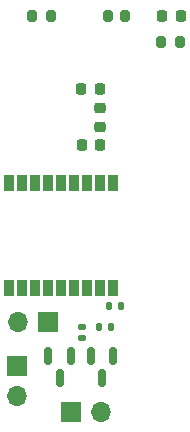
<source format=gbr>
%TF.GenerationSoftware,KiCad,Pcbnew,8.0.4*%
%TF.CreationDate,2024-09-13T17:58:40-07:00*%
%TF.ProjectId,gnss-test,676e7373-2d74-4657-9374-2e6b69636164,rev?*%
%TF.SameCoordinates,Original*%
%TF.FileFunction,Soldermask,Top*%
%TF.FilePolarity,Negative*%
%FSLAX46Y46*%
G04 Gerber Fmt 4.6, Leading zero omitted, Abs format (unit mm)*
G04 Created by KiCad (PCBNEW 8.0.4) date 2024-09-13 17:58:40*
%MOMM*%
%LPD*%
G01*
G04 APERTURE LIST*
G04 Aperture macros list*
%AMRoundRect*
0 Rectangle with rounded corners*
0 $1 Rounding radius*
0 $2 $3 $4 $5 $6 $7 $8 $9 X,Y pos of 4 corners*
0 Add a 4 corners polygon primitive as box body*
4,1,4,$2,$3,$4,$5,$6,$7,$8,$9,$2,$3,0*
0 Add four circle primitives for the rounded corners*
1,1,$1+$1,$2,$3*
1,1,$1+$1,$4,$5*
1,1,$1+$1,$6,$7*
1,1,$1+$1,$8,$9*
0 Add four rect primitives between the rounded corners*
20,1,$1+$1,$2,$3,$4,$5,0*
20,1,$1+$1,$4,$5,$6,$7,0*
20,1,$1+$1,$6,$7,$8,$9,0*
20,1,$1+$1,$8,$9,$2,$3,0*%
G04 Aperture macros list end*
%ADD10RoundRect,0.225000X-0.225000X-0.250000X0.225000X-0.250000X0.225000X0.250000X-0.225000X0.250000X0*%
%ADD11R,1.700000X1.700000*%
%ADD12O,1.700000X1.700000*%
%ADD13RoundRect,0.200000X-0.200000X-0.275000X0.200000X-0.275000X0.200000X0.275000X-0.200000X0.275000X0*%
%ADD14RoundRect,0.140000X-0.140000X-0.170000X0.140000X-0.170000X0.140000X0.170000X-0.140000X0.170000X0*%
%ADD15RoundRect,0.140000X-0.170000X0.140000X-0.170000X-0.140000X0.170000X-0.140000X0.170000X0.140000X0*%
%ADD16RoundRect,0.200000X0.200000X0.300000X-0.200000X0.300000X-0.200000X-0.300000X0.200000X-0.300000X0*%
%ADD17RoundRect,0.218750X-0.256250X0.218750X-0.256250X-0.218750X0.256250X-0.218750X0.256250X0.218750X0*%
%ADD18RoundRect,0.150000X-0.150000X0.587500X-0.150000X-0.587500X0.150000X-0.587500X0.150000X0.587500X0*%
%ADD19R,0.838200X1.397000*%
G04 APERTURE END LIST*
D10*
%TO.C,C4*%
X163155000Y-63240000D03*
X164705000Y-63240000D03*
%TD*%
D11*
%TO.C,J2*%
X162175000Y-85825000D03*
D12*
X164715000Y-85825000D03*
%TD*%
D13*
%TO.C,R1*%
X169795000Y-54530000D03*
X171445000Y-54530000D03*
%TD*%
%TO.C,R2*%
X158895000Y-52330000D03*
X160545000Y-52330000D03*
%TD*%
D10*
%TO.C,C6*%
X169945000Y-52330000D03*
X171495000Y-52330000D03*
%TD*%
%TO.C,C5*%
X163095000Y-58530000D03*
X164645000Y-58530000D03*
%TD*%
D14*
%TO.C,C1*%
X165440000Y-76880000D03*
X166400000Y-76880000D03*
%TD*%
D15*
%TO.C,C2*%
X163170000Y-78670000D03*
X163170000Y-79630000D03*
%TD*%
D11*
%TO.C,J1*%
X157650000Y-81925000D03*
D12*
X157650000Y-84465000D03*
%TD*%
D11*
%TO.C,J3*%
X160275000Y-78200000D03*
D12*
X157735000Y-78200000D03*
%TD*%
D16*
%TO.C,AE1*%
X166780000Y-52340000D03*
X165380000Y-52340000D03*
%TD*%
D17*
%TO.C,L1*%
X164670000Y-60142500D03*
X164670000Y-61717500D03*
%TD*%
D18*
%TO.C,Q2*%
X162200000Y-81087500D03*
X160300000Y-81087500D03*
X161250000Y-82962500D03*
%TD*%
D19*
%TO.C,U1*%
X157000001Y-75358500D03*
X158099999Y-75358500D03*
X159199999Y-75358500D03*
X160300000Y-75358500D03*
X161400000Y-75358500D03*
X162500000Y-75358500D03*
X163600001Y-75358500D03*
X164700001Y-75358500D03*
X165800001Y-75358500D03*
X165799999Y-66443100D03*
X164700001Y-66443100D03*
X163600001Y-66443100D03*
X162500000Y-66443100D03*
X161400000Y-66443100D03*
X160300000Y-66443100D03*
X159199999Y-66443100D03*
X158099999Y-66443100D03*
X156999999Y-66443100D03*
%TD*%
D14*
%TO.C,C3*%
X164610000Y-78620000D03*
X165570000Y-78620000D03*
%TD*%
D18*
%TO.C,Q1*%
X165800000Y-81087500D03*
X163900000Y-81087500D03*
X164850000Y-82962500D03*
%TD*%
M02*

</source>
